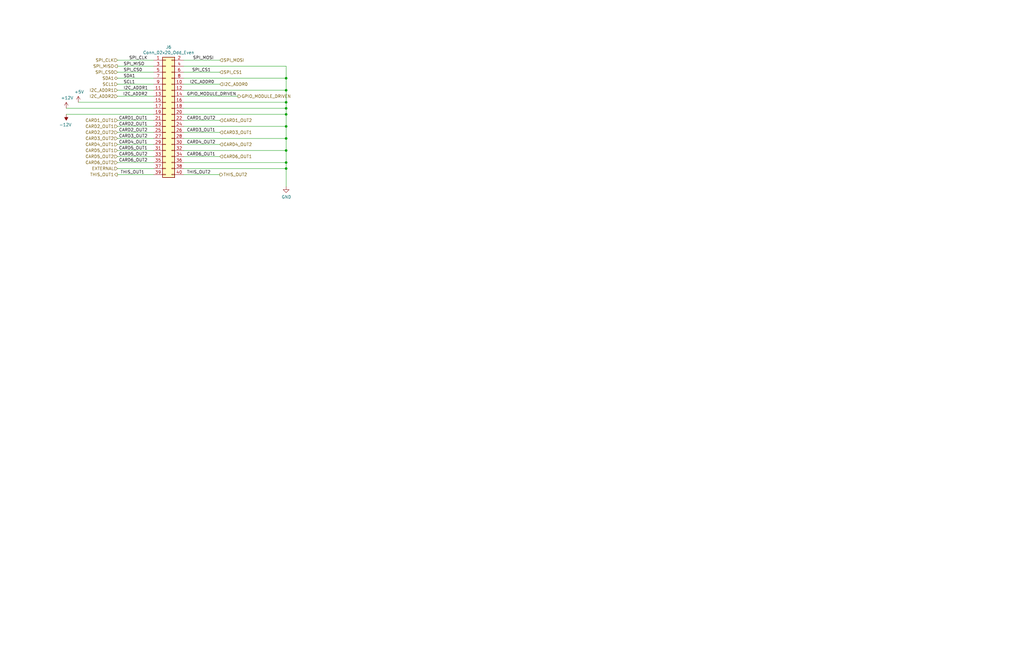
<source format=kicad_sch>
(kicad_sch (version 20230121) (generator eeschema)
  (paper "B")
  (title_block (title "Zoxnoxious Backplane and VCA") (date "2022-08-28") (rev "0.2") (company "Zoxnoxious Engineering"))
  (lib_symbols
    (symbol "Connector_Generic:Conn_02x20_Odd_Even" (pin_names (offset 1.016) hide)
      (property "Reference" "J" (at 1.27 25.4 0))
      (property "Value" "Conn_02x20_Odd_Even" (at 1.27 -27.94 0))
      (symbol "Conn_02x20_Odd_Even_1_1"
        (rectangle (start -1.27 -25.273) (end 0 -25.527) (stroke (width 0.1524)))
        (rectangle (start -1.27 -22.733) (end 0 -22.987) (stroke (width 0.1524)))
        (rectangle (start -1.27 -20.193) (end 0 -20.447) (stroke (width 0.1524)))
        (rectangle (start -1.27 -17.653) (end 0 -17.907) (stroke (width 0.1524)))
        (rectangle (start -1.27 -15.113) (end 0 -15.367) (stroke (width 0.1524)))
        (rectangle (start -1.27 -12.573) (end 0 -12.827) (stroke (width 0.1524)))
        (rectangle (start -1.27 -10.033) (end 0 -10.287) (stroke (width 0.1524)))
        (rectangle (start -1.27 -7.493) (end 0 -7.747) (stroke (width 0.1524)))
        (rectangle (start -1.27 -4.953) (end 0 -5.207) (stroke (width 0.1524)))
        (rectangle (start -1.27 -2.413) (end 0 -2.667) (stroke (width 0.1524)))
        (rectangle (start -1.27 0.127) (end 0 -0.127) (stroke (width 0.1524)))
        (rectangle (start -1.27 2.667) (end 0 2.413) (stroke (width 0.1524)))
        (rectangle (start -1.27 5.207) (end 0 4.953) (stroke (width 0.1524)))
        (rectangle (start -1.27 7.747) (end 0 7.493) (stroke (width 0.1524)))
        (rectangle (start -1.27 10.287) (end 0 10.033) (stroke (width 0.1524)))
        (rectangle (start -1.27 12.827) (end 0 12.573) (stroke (width 0.1524)))
        (rectangle (start -1.27 15.367) (end 0 15.113) (stroke (width 0.1524)))
        (rectangle (start -1.27 17.907) (end 0 17.653) (stroke (width 0.1524)))
        (rectangle (start -1.27 20.447) (end 0 20.193) (stroke (width 0.1524)))
        (rectangle (start -1.27 22.987) (end 0 22.733) (stroke (width 0.1524)))
        (rectangle (start -1.27 24.13) (end 3.81 -26.67) (stroke (width 0.254)) (fill (type background)))
        (rectangle (start 3.81 -25.273) (end 2.54 -25.527) (stroke (width 0.1524)))
        (rectangle (start 3.81 -22.733) (end 2.54 -22.987) (stroke (width 0.1524)))
        (rectangle (start 3.81 -20.193) (end 2.54 -20.447) (stroke (width 0.1524)))
        (rectangle (start 3.81 -17.653) (end 2.54 -17.907) (stroke (width 0.1524)))
        (rectangle (start 3.81 -15.113) (end 2.54 -15.367) (stroke (width 0.1524)))
        (rectangle (start 3.81 -12.573) (end 2.54 -12.827) (stroke (width 0.1524)))
        (rectangle (start 3.81 -10.033) (end 2.54 -10.287) (stroke (width 0.1524)))
        (rectangle (start 3.81 -7.493) (end 2.54 -7.747) (stroke (width 0.1524)))
        (rectangle (start 3.81 -4.953) (end 2.54 -5.207) (stroke (width 0.1524)))
        (rectangle (start 3.81 -2.413) (end 2.54 -2.667) (stroke (width 0.1524)))
        (rectangle (start 3.81 0.127) (end 2.54 -0.127) (stroke (width 0.1524)))
        (rectangle (start 3.81 2.667) (end 2.54 2.413) (stroke (width 0.1524)))
        (rectangle (start 3.81 5.207) (end 2.54 4.953) (stroke (width 0.1524)))
        (rectangle (start 3.81 7.747) (end 2.54 7.493) (stroke (width 0.1524)))
        (rectangle (start 3.81 10.287) (end 2.54 10.033) (stroke (width 0.1524)))
        (rectangle (start 3.81 12.827) (end 2.54 12.573) (stroke (width 0.1524)))
        (rectangle (start 3.81 15.367) (end 2.54 15.113) (stroke (width 0.1524)))
        (rectangle (start 3.81 17.907) (end 2.54 17.653) (stroke (width 0.1524)))
        (rectangle (start 3.81 20.447) (end 2.54 20.193) (stroke (width 0.1524)))
        (rectangle (start 3.81 22.987) (end 2.54 22.733) (stroke (width 0.1524)))
        (pin passive line (at -5.08 22.86 0) (length 3.81) (name "Pin_1") (number "1"))
        (pin passive line (at 7.62 12.7 180) (length 3.81) (name "Pin_10") (number "10"))
        (pin passive line (at -5.08 10.16 0) (length 3.81) (name "Pin_11") (number "11"))
        (pin passive line (at 7.62 10.16 180) (length 3.81) (name "Pin_12") (number "12"))
        (pin passive line (at -5.08 7.62 0) (length 3.81) (name "Pin_13") (number "13"))
        (pin passive line (at 7.62 7.62 180) (length 3.81) (name "Pin_14") (number "14"))
        (pin passive line (at -5.08 5.08 0) (length 3.81) (name "Pin_15") (number "15"))
        (pin passive line (at 7.62 5.08 180) (length 3.81) (name "Pin_16") (number "16"))
        (pin passive line (at -5.08 2.54 0) (length 3.81) (name "Pin_17") (number "17"))
        (pin passive line (at 7.62 2.54 180) (length 3.81) (name "Pin_18") (number "18"))
        (pin passive line (at -5.08 0 0) (length 3.81) (name "Pin_19") (number "19"))
        (pin passive line (at 7.62 22.86 180) (length 3.81) (name "Pin_2") (number "2"))
        (pin passive line (at 7.62 0 180) (length 3.81) (name "Pin_20") (number "20"))
        (pin passive line (at -5.08 -2.54 0) (length 3.81) (name "Pin_21") (number "21"))
        (pin passive line (at 7.62 -2.54 180) (length 3.81) (name "Pin_22") (number "22"))
        (pin passive line (at -5.08 -5.08 0) (length 3.81) (name "Pin_23") (number "23"))
        (pin passive line (at 7.62 -5.08 180) (length 3.81) (name "Pin_24") (number "24"))
        (pin passive line (at -5.08 -7.62 0) (length 3.81) (name "Pin_25") (number "25"))
        (pin passive line (at 7.62 -7.62 180) (length 3.81) (name "Pin_26") (number "26"))
        (pin passive line (at -5.08 -10.16 0) (length 3.81) (name "Pin_27") (number "27"))
        (pin passive line (at 7.62 -10.16 180) (length 3.81) (name "Pin_28") (number "28"))
        (pin passive line (at -5.08 -12.7 0) (length 3.81) (name "Pin_29") (number "29"))
        (pin passive line (at -5.08 20.32 0) (length 3.81) (name "Pin_3") (number "3"))
        (pin passive line (at 7.62 -12.7 180) (length 3.81) (name "Pin_30") (number "30"))
        (pin passive line (at -5.08 -15.24 0) (length 3.81) (name "Pin_31") (number "31"))
        (pin passive line (at 7.62 -15.24 180) (length 3.81) (name "Pin_32") (number "32"))
        (pin passive line (at -5.08 -17.78 0) (length 3.81) (name "Pin_33") (number "33"))
        (pin passive line (at 7.62 -17.78 180) (length 3.81) (name "Pin_34") (number "34"))
        (pin passive line (at -5.08 -20.32 0) (length 3.81) (name "Pin_35") (number "35"))
        (pin passive line (at 7.62 -20.32 180) (length 3.81) (name "Pin_36") (number "36"))
        (pin passive line (at -5.08 -22.86 0) (length 3.81) (name "Pin_37") (number "37"))
        (pin passive line (at 7.62 -22.86 180) (length 3.81) (name "Pin_38") (number "38"))
        (pin passive line (at -5.08 -25.4 0) (length 3.81) (name "Pin_39") (number "39"))
        (pin passive line (at 7.62 20.32 180) (length 3.81) (name "Pin_4") (number "4"))
        (pin passive line (at 7.62 -25.4 180) (length 3.81) (name "Pin_40") (number "40"))
        (pin passive line (at -5.08 17.78 0) (length 3.81) (name "Pin_5") (number "5"))
        (pin passive line (at 7.62 17.78 180) (length 3.81) (name "Pin_6") (number "6"))
        (pin passive line (at -5.08 15.24 0) (length 3.81) (name "Pin_7") (number "7"))
        (pin passive line (at 7.62 15.24 180) (length 3.81) (name "Pin_8") (number "8"))
        (pin passive line (at -5.08 12.7 0) (length 3.81) (name "Pin_9") (number "9"))
      )
    )
    (symbol "power:+12V" (power) (pin_names (offset 0))
      (property "Value" "+12V" (at 0 3.556 0))
      (symbol "+12V_0_1"
        (polyline (pts (xy -0.762 1.27) (xy 0 2.54)))
        (polyline (pts (xy 0 0) (xy 0 2.54)))
        (polyline (pts (xy 0 2.54) (xy 0.762 1.27)))
      )
      (symbol "+12V_1_1"
        (pin power_in line (at 0 0 90) (length 0) hide (name "+12V") (number "1"))
      )
    )
    (symbol "power:+5V" (power) (pin_names (offset 0))
      (property "Value" "+5V" (at 0 3.556 0))
      (symbol "+5V_0_1"
        (polyline (pts (xy -0.762 1.27) (xy 0 2.54)))
        (polyline (pts (xy 0 0) (xy 0 2.54)))
        (polyline (pts (xy 0 2.54) (xy 0.762 1.27)))
      )
      (symbol "+5V_1_1"
        (pin power_in line (at 0 0 90) (length 0) hide (name "+5V") (number "1"))
      )
    )
    (symbol "power:-12V" (power) (pin_names (offset 0))
      (property "Value" "-12V" (at 0 3.81 0))
      (symbol "-12V_0_0"
        (pin power_in line (at 0 0 90) (length 0) hide (name "-12V") (number "1"))
      )
      (symbol "-12V_0_1"
        (polyline (pts (xy 0 0) (xy 0 1.27) (xy 0.762 1.27) (xy 0 2.54) (xy -0.762 1.27) (xy 0 1.27)) (fill (type outline)))
      )
    )
    (symbol "power:GND" (power) (pin_names (offset 0))
      (property "Value" "GND" (at 0 -3.81 0))
      (symbol "GND_0_1"
        (polyline (pts (xy 0 0) (xy 0 -1.27) (xy 1.27 -1.27) (xy 0 -2.54) (xy -1.27 -1.27) (xy 0 -1.27)))
      )
      (symbol "GND_1_1"
        (pin power_in line (at 0 0 270) (length 0) hide (name "GND") (number "1"))
      )
    )
  )
  (junction (at 120.65 45.72))
  (junction (at 120.65 63.5))
  (junction (at 120.65 48.26))
  (junction (at 120.65 43.18))
  (junction (at 120.65 68.58))
  (junction (at 120.65 38.1))
  (junction (at 120.65 71.12))
  (junction (at 120.65 53.34))
  (junction (at 120.65 58.42))
  (junction (at 120.65 33.02))
  (wire (pts (xy 64.77 68.58) (xy 49.53 68.58)))
  (wire (pts (xy 77.47 35.56) (xy 92.71 35.56)))
  (wire (pts (xy 77.47 45.72) (xy 120.65 45.72)))
  (wire (pts (xy 77.47 58.42) (xy 120.65 58.42)))
  (wire (pts (xy 120.65 63.5) (xy 120.65 68.58)))
  (wire (pts (xy 49.53 38.1) (xy 64.77 38.1)))
  (wire (pts (xy 77.47 71.12) (xy 120.65 71.12)))
  (wire (pts (xy 120.65 48.26) (xy 120.65 53.34)))
  (wire (pts (xy 77.47 48.26) (xy 120.65 48.26)))
  (wire (pts (xy 64.77 45.72) (xy 27.94 45.72)))
  (wire (pts (xy 77.47 60.96) (xy 92.71 60.96)))
  (wire (pts (xy 120.65 45.72) (xy 120.65 48.26)))
  (wire (pts (xy 77.47 43.18) (xy 120.65 43.18)))
  (wire (pts (xy 120.65 38.1) (xy 120.65 33.02)))
  (wire (pts (xy 77.47 66.04) (xy 92.71 66.04)))
  (wire (pts (xy 64.77 33.02) (xy 49.53 33.02)))
  (wire (pts (xy 49.53 27.94) (xy 64.77 27.94)))
  (wire (pts (xy 120.65 68.58) (xy 120.65 71.12)))
  (wire (pts (xy 77.47 63.5) (xy 120.65 63.5)))
  (wire (pts (xy 92.71 25.4) (xy 77.47 25.4)))
  (wire (pts (xy 77.47 33.02) (xy 120.65 33.02)))
  (wire (pts (xy 64.77 25.4) (xy 49.53 25.4)))
  (wire (pts (xy 64.77 58.42) (xy 49.53 58.42)))
  (wire (pts (xy 64.77 60.96) (xy 49.53 60.96)))
  (wire (pts (xy 64.77 40.64) (xy 49.53 40.64)))
  (wire (pts (xy 49.53 50.8) (xy 64.77 50.8)))
  (wire (pts (xy 49.53 73.66) (xy 64.77 73.66)))
  (wire (pts (xy 120.65 33.02) (xy 120.65 27.94)))
  (wire (pts (xy 64.77 43.18) (xy 33.02 43.18)))
  (wire (pts (xy 49.53 53.34) (xy 64.77 53.34)))
  (wire (pts (xy 64.77 48.26) (xy 27.94 48.26)))
  (wire (pts (xy 120.65 71.12) (xy 120.65 78.74)))
  (wire (pts (xy 92.71 73.66) (xy 77.47 73.66)))
  (wire (pts (xy 49.53 71.12) (xy 64.77 71.12)))
  (wire (pts (xy 77.47 68.58) (xy 120.65 68.58)))
  (wire (pts (xy 77.47 27.94) (xy 120.65 27.94)))
  (wire (pts (xy 64.77 55.88) (xy 49.53 55.88)))
  (wire (pts (xy 64.77 63.5) (xy 49.53 63.5)))
  (wire (pts (xy 77.47 40.64) (xy 100.33 40.64)))
  (wire (pts (xy 120.65 58.42) (xy 120.65 63.5)))
  (wire (pts (xy 49.53 30.48) (xy 64.77 30.48)))
  (wire (pts (xy 77.47 50.8) (xy 92.71 50.8)))
  (wire (pts (xy 64.77 66.04) (xy 49.53 66.04)))
  (wire (pts (xy 120.65 43.18) (xy 120.65 45.72)))
  (wire (pts (xy 77.47 53.34) (xy 120.65 53.34)))
  (wire (pts (xy 77.47 38.1) (xy 120.65 38.1)))
  (wire (pts (xy 49.53 35.56) (xy 64.77 35.56)))
  (wire (pts (xy 77.47 55.88) (xy 92.71 55.88)))
  (wire (pts (xy 120.65 43.18) (xy 120.65 38.1)))
  (wire (pts (xy 120.65 53.34) (xy 120.65 58.42)))
  (wire (pts (xy 77.47 30.48) (xy 92.71 30.48)))
  (label "THIS_OUT2" (at 78.74 73.66 0))
  (label "I2C_ADDR2" (at 62.23 40.64 180))
  (label "CARD6_OUT1" (at 78.74 66.04 0))
  (label "SPI_CS1" (at 88.9 30.48 180))
  (label "CARD2_OUT1" (at 62.23 53.34 180))
  (label "SCL1" (at 52.07 35.56 0))
  (label "SPI_CS0" (at 52.07 30.48 0))
  (label "I2C_ADDR1" (at 52.07 38.1 0))
  (label "CARD4_OUT2" (at 78.74 60.96 0))
  (label "I2C_ADDR0" (at 80.01 35.56 0))
  (label "CARD1_OUT1" (at 62.23 50.8 180))
  (label "SPI_MISO" (at 52.07 27.94 0))
  (label "THIS_OUT1" (at 50.8 73.66 0))
  (label "CARD3_OUT2" (at 62.23 58.42 180))
  (label "CARD5_OUT2" (at 62.23 66.04 180))
  (label "CARD3_OUT1" (at 78.74 55.88 0))
  (label "CARD2_OUT2" (at 62.23 55.88 180))
  (label "SPI_MOSI" (at 90.17 25.4 180))
  (label "CARD4_OUT1" (at 62.23 60.96 180))
  (label "GPIO_MODULE_DRIVEN" (at 78.74 40.64 0))
  (label "SPI_CLK" (at 62.23 25.4 180))
  (label "CARD5_OUT1" (at 62.23 63.5 180))
  (label "CARD6_OUT2" (at 62.23 68.58 180))
  (label "SDA1" (at 52.07 33.02 0))
  (label "CARD1_OUT2" (at 78.74 50.8 0))
  (hierarchical_label "CARD3_OUT1" (shape input) (at 92.71 55.88 0))
  (hierarchical_label "THIS_OUT2" (shape output) (at 92.71 73.66 0))
  (hierarchical_label "THIS_OUT1" (shape output) (at 49.53 73.66 180))
  (hierarchical_label "I2C_ADDR0" (shape input) (at 92.71 35.56 0))
  (hierarchical_label "I2C_ADDR2" (shape input) (at 49.53 40.64 180))
  (hierarchical_label "CARD4_OUT2" (shape input) (at 92.71 60.96 0))
  (hierarchical_label "GPIO_MODULE_DRIVEN" (shape output) (at 100.33 40.64 0))
  (hierarchical_label "SPI_CLK" (shape input) (at 49.53 25.4 180))
  (hierarchical_label "CARD1_OUT2" (shape input) (at 92.71 50.8 0))
  (hierarchical_label "CARD1_OUT1" (shape input) (at 49.53 50.8 180))
  (hierarchical_label "CARD4_OUT1" (shape input) (at 49.53 60.96 180))
  (hierarchical_label "CARD5_OUT2" (shape input) (at 49.53 66.04 180))
  (hierarchical_label "CARD2_OUT1" (shape input) (at 49.53 53.34 180))
  (hierarchical_label "CARD2_OUT2" (shape input) (at 49.53 55.88 180))
  (hierarchical_label "CARD3_OUT2" (shape input) (at 49.53 58.42 180))
  (hierarchical_label "SCL1" (shape input) (at 49.53 35.56 180))
  (hierarchical_label "I2C_ADDR1" (shape input) (at 49.53 38.1 180))
  (hierarchical_label "EXTERNAL" (shape input) (at 49.53 71.12 180))
  (hierarchical_label "CARD5_OUT1" (shape input) (at 49.53 63.5 180))
  (hierarchical_label "CARD6_OUT2" (shape input) (at 49.53 68.58 180))
  (hierarchical_label "CARD6_OUT1" (shape input) (at 92.71 66.04 0))
  (hierarchical_label "SPI_MOSI" (shape input) (at 92.71 25.4 0))
  (hierarchical_label "SPI_CS1" (shape input) (at 92.71 30.48 0))
  (hierarchical_label "SPI_MISO" (shape output) (at 49.53 27.94 180))
  (hierarchical_label "SDA1" (shape bidirectional) (at 49.53 33.02 180))
  (hierarchical_label "SPI_CS0" (shape input) (at 49.53 30.48 180))
  (symbol (lib_id "Connector_Generic:Conn_02x20_Odd_Even") (at 69.85 48.26 0) (unit 1)
    (property "Reference" "J6" (at 71.12 19.8882 0))
    (property "Value" "Conn_02x20_Odd_Even" (at 71.12 22.1996 0))
    (property "Footprint" "project_footprints:PinSocket_2x20_P2.54mm_SullinsPolarized" (effects hide))
    (property "Digikey" "S9200-ND" (effects hide))
    (instances (project "vca_backplane" (path "" (reference "J6") (unit 1)) (path "" (reference "J3") (unit 1)) (path "" (reference "J7") (unit 1)) (path "" (reference "J4") (unit 1)) (path "" (reference "J8") (unit 1)) (path "" (reference "J5") (unit 1))))
  )
  (symbol (lib_id "power:GND") (at 120.65 78.74 0) (unit 1)
    (property "Reference" "#PWR0115" (effects hide))
    (property "Value" "GND" (at 120.777 83.1342 0))
    (instances (project "vca_backplane" (path "" (reference "#PWR0115") (unit 1)) (path "" (reference "#PWR0103") (unit 1)) (path "" (reference "#PWR0119") (unit 1)) (path "" (reference "#PWR0107") (unit 1)) (path "" (reference "#PWR0123") (unit 1)) (path "" (reference "#PWR0111") (unit 1))))
  )
  (symbol (lib_id "power:+5V") (at 33.02 43.18 0) (unit 1)
    (property "Reference" "#PWR0117" (effects hide))
    (property "Value" "+5V" (at 33.401 38.7858 0))
    (instances (project "vca_backplane" (path "" (reference "#PWR0117") (unit 1)) (path "" (reference "#PWR0105") (unit 1)) (path "" (reference "#PWR0121") (unit 1)) (path "" (reference "#PWR0109") (unit 1)) (path "" (reference "#PWR0125") (unit 1)) (path "" (reference "#PWR0113") (unit 1))))
  )
  (symbol (lib_id "power:+12V") (at 27.94 45.72 0) (unit 1)
    (property "Reference" "#PWR0114" (effects hide))
    (property "Value" "+12V" (at 28.321 41.3258 0))
    (instances (project "vca_backplane" (path "" (reference "#PWR0114") (unit 1)) (path "" (reference "#PWR0102") (unit 1)) (path "" (reference "#PWR0118") (unit 1)) (path "" (reference "#PWR0106") (unit 1)) (path "" (reference "#PWR0122") (unit 1)) (path "" (reference "#PWR0110") (unit 1))))
  )
  (symbol (lib_id "power:-12V") (at 27.94 48.26 180) (unit 1)
    (property "Reference" "#PWR0116" (effects hide))
    (property "Value" "-12V" (at 27.559 52.6542 0))
    (instances (project "vca_backplane" (path "" (reference "#PWR0116") (unit 1)) (path "" (reference "#PWR0104") (unit 1)) (path "" (reference "#PWR0120") (unit 1)) (path "" (reference "#PWR0108") (unit 1)) (path "" (reference "#PWR0124") (unit 1)) (path "" (reference "#PWR0112") (unit 1))))
  )
)
</source>
